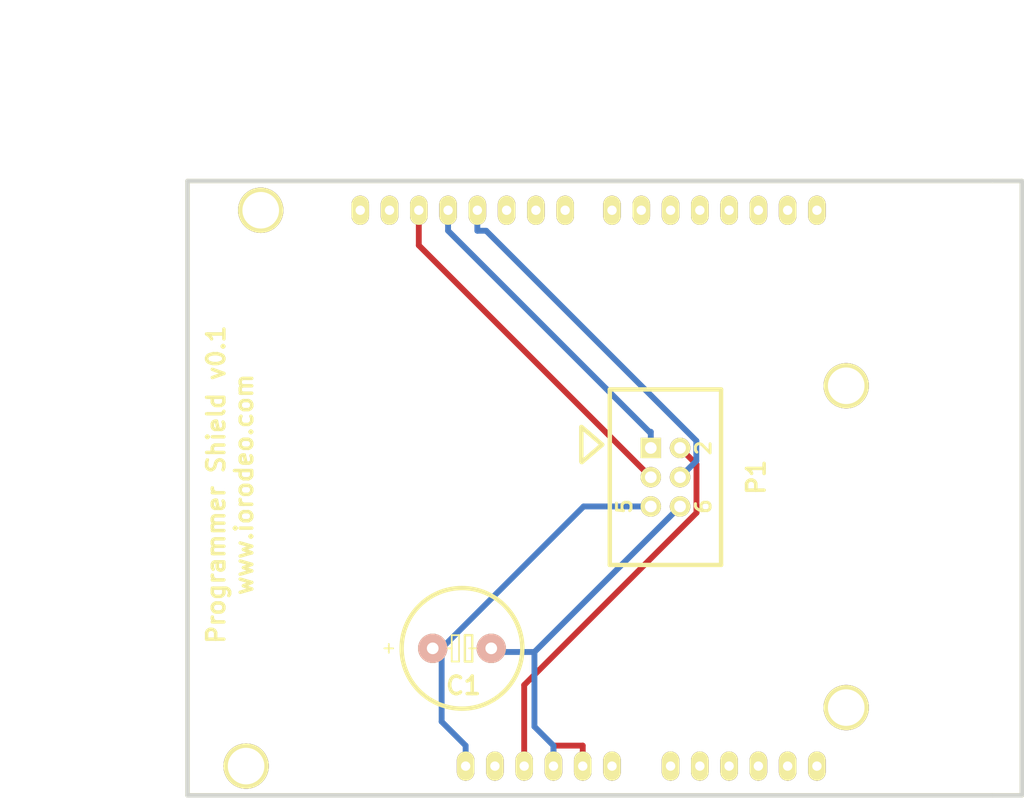
<source format=kicad_pcb>
(kicad_pcb (version 3) (host pcbnew "(2013-jul-07)-stable")

  (general
    (links 9)
    (no_connects 0)
    (area 103.0615 64.015502 192.532501 133.219)
    (thickness 1.6)
    (drawings 8)
    (tracks 30)
    (zones 0)
    (modules 3)
    (nets 7)
  )

  (page A3)
  (layers
    (15 F.Cu signal)
    (0 B.Cu signal)
    (16 B.Adhes user)
    (17 F.Adhes user)
    (18 B.Paste user)
    (19 F.Paste user)
    (20 B.SilkS user)
    (21 F.SilkS user)
    (22 B.Mask user)
    (23 F.Mask user)
    (24 Dwgs.User user)
    (25 Cmts.User user)
    (26 Eco1.User user)
    (27 Eco2.User user)
    (28 Edge.Cuts user)
  )

  (setup
    (last_trace_width 0.508)
    (trace_clearance 0.254)
    (zone_clearance 0.508)
    (zone_45_only no)
    (trace_min 0.254)
    (segment_width 0.2)
    (edge_width 0.1)
    (via_size 0.889)
    (via_drill 0.635)
    (via_min_size 0.889)
    (via_min_drill 0.508)
    (uvia_size 0.508)
    (uvia_drill 0.127)
    (uvias_allowed no)
    (uvia_min_size 0.508)
    (uvia_min_drill 0.127)
    (pcb_text_width 0.3)
    (pcb_text_size 1.5 1.5)
    (mod_edge_width 0.15)
    (mod_text_size 1 1)
    (mod_text_width 0.15)
    (pad_size 1.5 1.5)
    (pad_drill 0.6)
    (pad_to_mask_clearance 0)
    (aux_axis_origin 0 0)
    (visible_elements FFFFFFBF)
    (pcbplotparams
      (layerselection 284196865)
      (usegerberextensions true)
      (excludeedgelayer true)
      (linewidth 0.150000)
      (plotframeref false)
      (viasonmask false)
      (mode 1)
      (useauxorigin false)
      (hpglpennumber 1)
      (hpglpenspeed 20)
      (hpglpendiameter 15)
      (hpglpenoverlay 2)
      (psnegative false)
      (psa4output false)
      (plotreference true)
      (plotvalue true)
      (plotothertext true)
      (plotinvisibletext false)
      (padsonsilk false)
      (subtractmaskfromsilk false)
      (outputformat 1)
      (mirror false)
      (drillshape 0)
      (scaleselection 1)
      (outputdirectory gerber_v0p1/))
  )

  (net 0 "")
  (net 1 /5V)
  (net 2 /GND)
  (net 3 /MISO)
  (net 4 /MOSI)
  (net 5 /RST)
  (net 6 /SCK)

  (net_class Default "This is the default net class."
    (clearance 0.254)
    (trace_width 0.508)
    (via_dia 0.889)
    (via_drill 0.635)
    (uvia_dia 0.508)
    (uvia_drill 0.127)
    (add_net "")
    (add_net /5V)
    (add_net /GND)
    (add_net /MISO)
    (add_net /MOSI)
    (add_net /RST)
    (add_net /SCK)
  )

  (module Capacitor_Polarized (layer F.Cu) (tedit 55D3AD74) (tstamp 55D3AC75)
    (at 143.51 119.952)
    (descr "ELECTROLYTIC CAPACITOR")
    (tags "ELECTROLYTIC CAPACITOR")
    (path /55D3A922)
    (attr virtual)
    (fp_text reference C1 (at 0.127 3.2385) (layer F.SilkS)
      (effects (font (size 1.524 1.524) (thickness 0.3048)))
    )
    (fp_text value CP1 (at 0 7.62) (layer F.SilkS) hide
      (effects (font (size 1.524 1.524) (thickness 0.3048)))
    )
    (fp_circle (center 0 0) (end 1.27 -5.08) (layer F.SilkS) (width 0.381))
    (fp_line (start 0.254 1.143) (end 0.889 1.143) (layer F.SilkS) (width 0.2032))
    (fp_line (start 0.889 1.143) (end 0.889 -1.143) (layer F.SilkS) (width 0.2032))
    (fp_line (start 0.254 -1.143) (end 0.889 -1.143) (layer F.SilkS) (width 0.2032))
    (fp_line (start 0.254 1.143) (end 0.254 -1.143) (layer F.SilkS) (width 0.2032))
    (fp_line (start -1.143 0) (end -0.889 0) (layer F.SilkS) (width 0.1524))
    (fp_line (start -0.889 0) (end -0.889 1.143) (layer F.SilkS) (width 0.1524))
    (fp_line (start -0.889 1.143) (end -0.254 1.143) (layer F.SilkS) (width 0.1524))
    (fp_line (start -0.254 1.143) (end -0.254 -1.143) (layer F.SilkS) (width 0.1524))
    (fp_line (start -0.254 -1.143) (end -0.889 -1.143) (layer F.SilkS) (width 0.1524))
    (fp_line (start -0.889 -1.143) (end -0.889 0) (layer F.SilkS) (width 0.1524))
    (fp_line (start 0.635 0) (end 1.143 0) (layer F.SilkS) (width 0.1524))
    (fp_line (start -6.35 -0.381) (end -6.35 0.381) (layer F.SilkS) (width 0.1524))
    (fp_line (start -5.969 0) (end -6.731 0) (layer F.SilkS) (width 0.1524))
    (fp_line (start 1.143 0) (end 1.651 0) (layer F.SilkS) (width 0.1524))
    (fp_line (start -1.651 0) (end -1.143 0) (layer F.SilkS) (width 0.1524))
    (pad 1 thru_hole circle (at -2.54 0) (size 2.54 2.54) (drill 1.016)
      (layers *.Cu *.SilkS *.Mask)
      (net 5 /RST)
    )
    (pad 2 thru_hole circle (at 2.54 0) (size 2.54 2.54) (drill 1.016)
      (layers *.Cu *.SilkS *.Mask)
      (net 2 /GND)
    )
  )

  (module ARDUINO_SHIELD (layer F.Cu) (tedit 521963CD) (tstamp 55D3AC9F)
    (at 119.698 132.715)
    (path /55D3A8F9)
    (fp_text reference SHIELD1 (at 22.89302 -3.49758) (layer F.SilkS) hide
      (effects (font (size 1.524 1.524) (thickness 0.3048)))
    )
    (fp_text value ARDUINO_SHIELD (at 20.86102 -6.41858) (layer F.SilkS) hide
      (effects (font (size 1.524 1.524) (thickness 0.3048)))
    )
    (fp_line (start 72.39 -53.34) (end 72.39 0) (layer F.SilkS) (width 0.381))
    (fp_line (start 69.85 0) (end 72.39 0) (layer F.SilkS) (width 0.381))
    (fp_line (start 69.85 -53.34) (end 72.39 -53.34) (layer F.SilkS) (width 0.381))
    (fp_line (start 69.85 -53.34) (end 0 -53.34) (layer F.SilkS) (width 0.381))
    (fp_line (start 0 0) (end 69.85 0) (layer F.SilkS) (width 0.381))
    (fp_line (start 0 0) (end 0 -53.34) (layer F.SilkS) (width 0.381))
    (pad AD5 thru_hole oval (at 54.61 -2.54 90) (size 2.54 1.524) (drill 0.8128)
      (layers *.Cu *.Mask F.SilkS)
    )
    (pad AD4 thru_hole oval (at 52.07 -2.54 90) (size 2.54 1.524) (drill 0.8128)
      (layers *.Cu *.Mask F.SilkS)
    )
    (pad AD3 thru_hole oval (at 49.53 -2.54 90) (size 2.54 1.524) (drill 0.8128)
      (layers *.Cu *.Mask F.SilkS)
    )
    (pad AD0 thru_hole oval (at 41.91 -2.54 90) (size 2.54 1.524) (drill 0.8128)
      (layers *.Cu *.Mask F.SilkS)
    )
    (pad AD1 thru_hole oval (at 44.45 -2.54 90) (size 2.54 1.524) (drill 0.8128)
      (layers *.Cu *.Mask F.SilkS)
    )
    (pad AD2 thru_hole oval (at 46.99 -2.54 90) (size 2.54 1.524) (drill 0.8128)
      (layers *.Cu *.Mask F.SilkS)
    )
    (pad V_IN thru_hole oval (at 36.83 -2.54 90) (size 2.54 1.524) (drill 0.8128)
      (layers *.Cu *.Mask F.SilkS)
    )
    (pad GND2 thru_hole oval (at 34.29 -2.54 90) (size 2.54 1.524) (drill 0.8128)
      (layers *.Cu *.Mask F.SilkS)
      (net 2 /GND)
    )
    (pad GND1 thru_hole oval (at 31.75 -2.54 90) (size 2.54 1.524) (drill 0.8128)
      (layers *.Cu *.Mask F.SilkS)
      (net 2 /GND)
    )
    (pad 3V3 thru_hole oval (at 26.67 -2.54 90) (size 2.54 1.524) (drill 0.8128)
      (layers *.Cu *.Mask F.SilkS)
    )
    (pad RST thru_hole oval (at 24.13 -2.54 90) (size 2.54 1.524) (drill 0.8128)
      (layers *.Cu *.Mask F.SilkS)
      (net 5 /RST)
    )
    (pad 0 thru_hole oval (at 54.61 -50.8 90) (size 2.54 1.524) (drill 0.8128)
      (layers *.Cu *.Mask F.SilkS)
    )
    (pad 1 thru_hole oval (at 52.07 -50.8 90) (size 2.54 1.524) (drill 0.8128)
      (layers *.Cu *.Mask F.SilkS)
    )
    (pad 2 thru_hole oval (at 49.53 -50.8 90) (size 2.54 1.524) (drill 0.8128)
      (layers *.Cu *.Mask F.SilkS)
    )
    (pad 3 thru_hole oval (at 46.99 -50.8 90) (size 2.54 1.524) (drill 0.8128)
      (layers *.Cu *.Mask F.SilkS)
    )
    (pad 4 thru_hole oval (at 44.45 -50.8 90) (size 2.54 1.524) (drill 0.8128)
      (layers *.Cu *.Mask F.SilkS)
    )
    (pad 5 thru_hole oval (at 41.91 -50.8 90) (size 2.54 1.524) (drill 0.8128)
      (layers *.Cu *.Mask F.SilkS)
    )
    (pad 6 thru_hole oval (at 39.37 -50.8 90) (size 2.54 1.524) (drill 0.8128)
      (layers *.Cu *.Mask F.SilkS)
    )
    (pad 7 thru_hole oval (at 36.83 -50.8 90) (size 2.54 1.524) (drill 0.8128)
      (layers *.Cu *.Mask F.SilkS)
    )
    (pad 8 thru_hole oval (at 32.766 -50.8 90) (size 2.54 1.524) (drill 0.8128)
      (layers *.Cu *.Mask F.SilkS)
    )
    (pad 9 thru_hole oval (at 30.226 -50.8 90) (size 2.54 1.524) (drill 0.8128)
      (layers *.Cu *.Mask F.SilkS)
    )
    (pad 10 thru_hole oval (at 27.686 -50.8 90) (size 2.54 1.524) (drill 0.8128)
      (layers *.Cu *.Mask F.SilkS)
    )
    (pad 11 thru_hole oval (at 25.146 -50.8 90) (size 2.54 1.524) (drill 0.8128)
      (layers *.Cu *.Mask F.SilkS)
      (net 4 /MOSI)
    )
    (pad 12 thru_hole oval (at 22.606 -50.8 90) (size 2.54 1.524) (drill 0.8128)
      (layers *.Cu *.Mask F.SilkS)
      (net 3 /MISO)
    )
    (pad 13 thru_hole oval (at 20.066 -50.8 90) (size 2.54 1.524) (drill 0.8128)
      (layers *.Cu *.Mask F.SilkS)
      (net 6 /SCK)
    )
    (pad GND3 thru_hole oval (at 17.526 -50.8 90) (size 2.54 1.524) (drill 0.8128)
      (layers *.Cu *.Mask F.SilkS)
    )
    (pad AREF thru_hole oval (at 14.986 -50.8 90) (size 2.54 1.524) (drill 0.8128)
      (layers *.Cu *.Mask F.SilkS)
    )
    (pad 5V thru_hole oval (at 29.21 -2.54 90) (size 2.54 1.524) (drill 0.8128)
      (layers *.Cu *.Mask F.SilkS)
      (net 1 /5V)
    )
    (pad "" thru_hole circle (at 57.15 -7.62 90) (size 3.937 3.937) (drill 3.175)
      (layers *.Cu *.Mask F.SilkS)
    )
    (pad "" thru_hole circle (at 57.15 -35.56 90) (size 3.937 3.937) (drill 3.175)
      (layers *.Cu *.Mask F.SilkS)
    )
    (pad "" thru_hole circle (at 6.35 -50.8 90) (size 3.937 3.937) (drill 3.175)
      (layers *.Cu *.Mask F.SilkS)
    )
    (pad "" thru_hole circle (at 5.08 -2.54 90) (size 3.937 3.937) (drill 3.175)
      (layers *.Cu *.Mask F.SilkS)
    )
  )

  (module 3X2_SHRD_HEADER (layer F.Cu) (tedit 55D3AD83) (tstamp 55D3ACB3)
    (at 161.163 105.092 270)
    (path /55D3A909)
    (fp_text reference P1 (at 0 -7.874 270) (layer F.SilkS)
      (effects (font (size 1.524 1.524) (thickness 0.3048)))
    )
    (fp_text value CONN_3X2 (at 5.19938 6.2992 270) (layer F.SilkS) hide
      (effects (font (size 1.524 1.524) (thickness 0.3048)))
    )
    (fp_text user 5 (at 2.54 3.556 270) (layer F.SilkS)
      (effects (font (size 1.27 1.27) (thickness 0.254)))
    )
    (fp_text user 6 (at 2.54 -3.302 270) (layer F.SilkS)
      (effects (font (size 1.27 1.27) (thickness 0.254)))
    )
    (fp_line (start -7.62 4.826) (end 7.62 4.826) (layer F.SilkS) (width 0.381))
    (fp_line (start -7.62 -4.826) (end 7.62 -4.826) (layer F.SilkS) (width 0.381))
    (fp_line (start 7.62 -4.826) (end 7.62 4.826) (layer F.SilkS) (width 0.381))
    (fp_line (start -7.62 4.826) (end -7.62 -4.826) (layer F.SilkS) (width 0.381))
    (fp_line (start -4.36118 7.29996) (end -1.3589 7.29996) (layer F.SilkS) (width 0.381))
    (fp_text user 2 (at -2.54 -3.302 270) (layer F.SilkS)
      (effects (font (size 1.27 1.27) (thickness 0.254)))
    )
    (fp_line (start -2.82448 5.48894) (end -4.34848 7.26694) (layer F.SilkS) (width 0.381))
    (fp_line (start -1.30048 7.2644) (end -2.82448 5.4864) (layer F.SilkS) (width 0.381))
    (pad 1 thru_hole rect (at -2.54 1.27 270) (size 1.778 1.778) (drill 1.016)
      (layers *.Cu *.Mask F.SilkS)
      (net 3 /MISO)
    )
    (pad 2 thru_hole circle (at -2.54 -1.27 270) (size 1.778 1.778) (drill 1.016)
      (layers *.Cu *.Mask F.SilkS)
      (net 1 /5V)
    )
    (pad 3 thru_hole circle (at 0 1.27 270) (size 1.778 1.778) (drill 1.016)
      (layers *.Cu *.Mask F.SilkS)
      (net 6 /SCK)
    )
    (pad 4 thru_hole circle (at 0 -1.27 270) (size 1.778 1.778) (drill 1.016)
      (layers *.Cu *.Mask F.SilkS)
      (net 4 /MOSI)
    )
    (pad 5 thru_hole circle (at 2.54 1.27 270) (size 1.778 1.778) (drill 1.016)
      (layers *.Cu *.Mask F.SilkS)
      (net 5 /RST)
    )
    (pad 6 thru_hole circle (at 2.54 -1.27 270) (size 1.778 1.778) (drill 1.016)
      (layers *.Cu *.Mask F.SilkS)
      (net 2 /GND)
    )
  )

  (dimension 72.39 (width 0.3) (layer Dwgs.User)
    (gr_text "72.390 mm" (at 155.8925 65.515502) (layer Dwgs.User)
      (effects (font (size 1.5 1.5) (thickness 0.3)))
    )
    (feature1 (pts (xy 192.0875 79.375) (xy 192.0875 64.165502)))
    (feature2 (pts (xy 119.6975 79.375) (xy 119.6975 64.165502)))
    (crossbar (pts (xy 119.6975 66.865502) (xy 192.0875 66.865502)))
    (arrow1a (pts (xy 192.0875 66.865502) (xy 190.960997 67.451922)))
    (arrow1b (pts (xy 192.0875 66.865502) (xy 190.960997 66.279082)))
    (arrow2a (pts (xy 119.6975 66.865502) (xy 120.824003 67.451922)))
    (arrow2b (pts (xy 119.6975 66.865502) (xy 120.824003 66.279082)))
  )
  (dimension 53.34 (width 0.3) (layer Dwgs.User)
    (gr_text "53.340 mm" (at 109.711499 106.045 270) (layer Dwgs.User)
      (effects (font (size 1.5 1.5) (thickness 0.3)))
    )
    (feature1 (pts (xy 119.6975 132.715) (xy 108.361499 132.715)))
    (feature2 (pts (xy 119.6975 79.375) (xy 108.361499 79.375)))
    (crossbar (pts (xy 111.061499 79.375) (xy 111.061499 132.715)))
    (arrow1a (pts (xy 111.061499 132.715) (xy 110.475079 131.588497)))
    (arrow1b (pts (xy 111.061499 132.715) (xy 111.647919 131.588497)))
    (arrow2a (pts (xy 111.061499 79.375) (xy 110.475079 80.501503)))
    (arrow2b (pts (xy 111.061499 79.375) (xy 111.647919 80.501503)))
  )
  (gr_text "Programmer Shield v0.1\nwww.iorodeo.com" (at 123.3805 105.7275 90) (layer F.SilkS)
    (effects (font (size 1.5 1.5) (thickness 0.3)))
  )
  (gr_line (start 192.0875 132.715) (end 192.0875 132.6515) (angle 90) (layer Edge.Cuts) (width 0.1))
  (gr_line (start 119.6975 132.715) (end 192.0875 132.715) (angle 90) (layer Edge.Cuts) (width 0.381))
  (gr_line (start 192.0875 79.375) (end 192.0875 132.6515) (angle 90) (layer Edge.Cuts) (width 0.381))
  (gr_line (start 119.6975 79.375) (end 192.0875 79.375) (angle 90) (layer Edge.Cuts) (width 0.381))
  (gr_line (start 119.6975 132.715) (end 119.6975 79.375) (angle 90) (layer Edge.Cuts) (width 0.381))

  (segment (start 148.908 123.1366) (end 148.908 130.175) (width 0.508) (layer F.Cu) (net 1))
  (segment (start 163.8574 108.1872) (end 148.908 123.1366) (width 0.508) (layer F.Cu) (net 1))
  (segment (start 163.8574 103.9764) (end 163.8574 108.1872) (width 0.508) (layer F.Cu) (net 1))
  (segment (start 162.433 102.552) (end 163.8574 103.9764) (width 0.508) (layer F.Cu) (net 1))
  (segment (start 151.448 128.3967) (end 153.988 128.3967) (width 0.508) (layer F.Cu) (net 2))
  (segment (start 151.448 130.175) (end 151.448 128.3967) (width 0.508) (layer F.Cu) (net 2))
  (segment (start 153.988 130.175) (end 153.988 128.3967) (width 0.508) (layer F.Cu) (net 2))
  (segment (start 146.3659 120.2679) (end 146.05 119.952) (width 0.508) (layer B.Cu) (net 2))
  (segment (start 149.7971 120.2679) (end 146.3659 120.2679) (width 0.508) (layer B.Cu) (net 2))
  (segment (start 162.433 107.632) (end 149.7971 120.2679) (width 0.508) (layer B.Cu) (net 2))
  (segment (start 149.7971 126.7458) (end 151.448 128.3967) (width 0.508) (layer B.Cu) (net 2))
  (segment (start 149.7971 120.2679) (end 149.7971 126.7458) (width 0.508) (layer B.Cu) (net 2))
  (segment (start 151.448 130.175) (end 151.448 128.3967) (width 0.508) (layer B.Cu) (net 2))
  (segment (start 159.7654 101.1547) (end 142.304 83.6933) (width 0.508) (layer B.Cu) (net 3))
  (segment (start 159.893 101.1547) (end 159.7654 101.1547) (width 0.508) (layer B.Cu) (net 3))
  (segment (start 142.304 81.915) (end 142.304 83.6933) (width 0.508) (layer B.Cu) (net 3))
  (segment (start 159.893 102.552) (end 159.893 101.1547) (width 0.508) (layer B.Cu) (net 3))
  (segment (start 145.605 83.6933) (end 144.844 83.6933) (width 0.508) (layer B.Cu) (net 4))
  (segment (start 163.8427 101.931) (end 145.605 83.6933) (width 0.508) (layer B.Cu) (net 4))
  (segment (start 163.8427 103.6823) (end 163.8427 101.931) (width 0.508) (layer B.Cu) (net 4))
  (segment (start 162.433 105.092) (end 163.8427 103.6823) (width 0.508) (layer B.Cu) (net 4))
  (segment (start 144.844 81.915) (end 144.844 83.6933) (width 0.508) (layer B.Cu) (net 4))
  (segment (start 143.828 130.175) (end 143.828 128.3967) (width 0.508) (layer B.Cu) (net 5))
  (segment (start 141.7461 119.952) (end 140.97 119.952) (width 0.508) (layer B.Cu) (net 5))
  (segment (start 154.0661 107.632) (end 141.7461 119.952) (width 0.508) (layer B.Cu) (net 5))
  (segment (start 159.893 107.632) (end 154.0661 107.632) (width 0.508) (layer B.Cu) (net 5))
  (segment (start 141.7461 126.3148) (end 143.828 128.3967) (width 0.508) (layer B.Cu) (net 5))
  (segment (start 141.7461 119.952) (end 141.7461 126.3148) (width 0.508) (layer B.Cu) (net 5))
  (segment (start 139.764 84.963) (end 139.764 81.915) (width 0.508) (layer F.Cu) (net 6))
  (segment (start 159.893 105.092) (end 139.764 84.963) (width 0.508) (layer F.Cu) (net 6))

)

</source>
